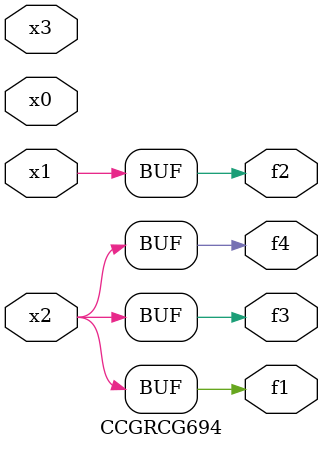
<source format=v>
module CCGRCG694(
	input x0, x1, x2, x3,
	output f1, f2, f3, f4
);
	assign f1 = x2;
	assign f2 = x1;
	assign f3 = x2;
	assign f4 = x2;
endmodule

</source>
